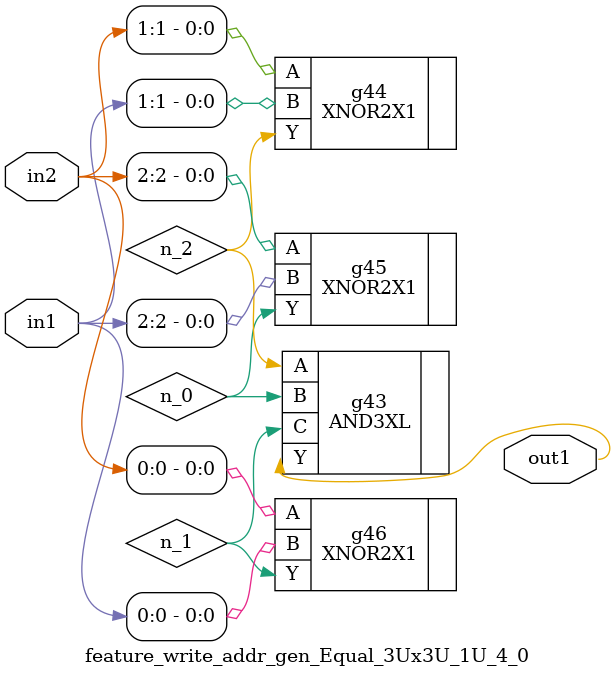
<source format=v>
`timescale 1ps / 1ps


module feature_write_addr_gen_Equal_3Ux3U_1U_4_0(in2, in1, out1);
  input [2:0] in2, in1;
  output out1;
  wire [2:0] in2, in1;
  wire out1;
  wire n_0, n_1, n_2;
  AND3XL g43(.A (n_2), .B (n_0), .C (n_1), .Y (out1));
  XNOR2X1 g44(.A (in2[1]), .B (in1[1]), .Y (n_2));
  XNOR2X1 g46(.A (in2[0]), .B (in1[0]), .Y (n_1));
  XNOR2X1 g45(.A (in2[2]), .B (in1[2]), .Y (n_0));
endmodule



</source>
